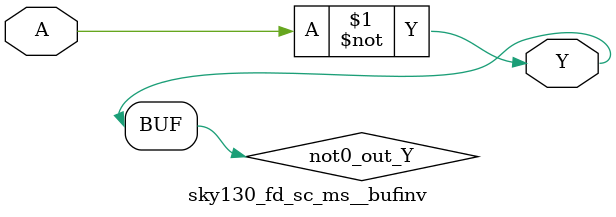
<source format=v>
/*
 * Copyright 2020 The SkyWater PDK Authors
 *
 * Licensed under the Apache License, Version 2.0 (the "License");
 * you may not use this file except in compliance with the License.
 * You may obtain a copy of the License at
 *
 *     https://www.apache.org/licenses/LICENSE-2.0
 *
 * Unless required by applicable law or agreed to in writing, software
 * distributed under the License is distributed on an "AS IS" BASIS,
 * WITHOUT WARRANTIES OR CONDITIONS OF ANY KIND, either express or implied.
 * See the License for the specific language governing permissions and
 * limitations under the License.
 *
 * SPDX-License-Identifier: Apache-2.0
*/


`ifndef SKY130_FD_SC_MS__BUFINV_FUNCTIONAL_V
`define SKY130_FD_SC_MS__BUFINV_FUNCTIONAL_V

/**
 * bufinv: Buffer followed by inverter.
 *
 * Verilog simulation functional model.
 */

`timescale 1ns / 1ps
`default_nettype none

`celldefine
module sky130_fd_sc_ms__bufinv (
    Y,
    A
);

    // Module ports
    output Y;
    input  A;

    // Local signals
    wire not0_out_Y;

    //  Name  Output      Other arguments
    not not0 (not0_out_Y, A              );
    buf buf0 (Y         , not0_out_Y     );

endmodule
`endcelldefine

`default_nettype wire
`endif  // SKY130_FD_SC_MS__BUFINV_FUNCTIONAL_V
</source>
